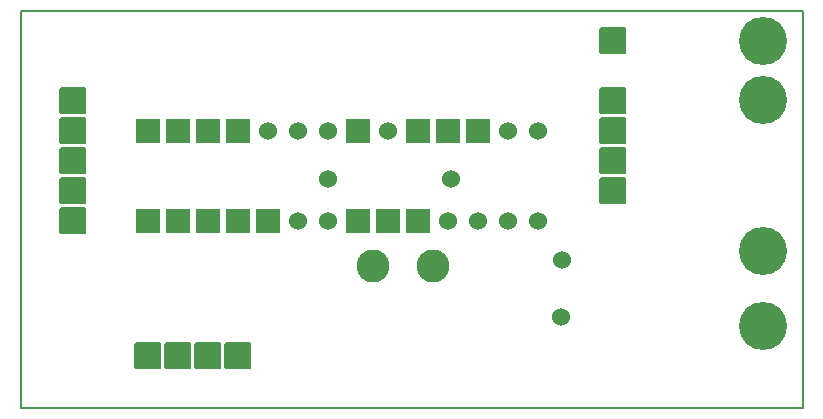
<source format=gbr>
G04 PROTEUS RS274X GERBER FILE*
%FSLAX45Y45*%
%MOMM*%
G01*
%ADD73C,1.016000*%
%ADD30C,1.524000*%
%AMPPAD025*
4,1,36,
-1.016000,1.143000,
1.016000,1.143000,
1.041970,1.140470,
1.065980,1.133200,
1.087580,1.121650,
1.106290,1.106290,
1.121650,1.087570,
1.133200,1.065980,
1.140470,1.041970,
1.143000,1.016000,
1.143000,-1.016000,
1.140470,-1.041970,
1.133200,-1.065980,
1.121650,-1.087570,
1.106290,-1.106290,
1.087580,-1.121650,
1.065980,-1.133200,
1.041970,-1.140470,
1.016000,-1.143000,
-1.016000,-1.143000,
-1.041970,-1.140470,
-1.065980,-1.133200,
-1.087580,-1.121650,
-1.106290,-1.106290,
-1.121650,-1.087570,
-1.133200,-1.065980,
-1.140470,-1.041970,
-1.143000,-1.016000,
-1.143000,1.016000,
-1.140470,1.041970,
-1.133200,1.065980,
-1.121650,1.087570,
-1.106290,1.106290,
-1.087580,1.121650,
-1.065980,1.133200,
-1.041970,1.140470,
-1.016000,1.143000,
0*%
%ADD31PPAD025*%
%ADD32C,2.794000*%
%AMPPAD027*
4,1,36,
-0.889000,1.016000,
0.889000,1.016000,
0.914970,1.013470,
0.938980,1.006200,
0.960580,0.994650,
0.979290,0.979290,
0.994650,0.960570,
1.006200,0.938980,
1.013470,0.914970,
1.016000,0.889000,
1.016000,-0.889000,
1.013470,-0.914970,
1.006200,-0.938980,
0.994650,-0.960570,
0.979290,-0.979290,
0.960580,-0.994650,
0.938980,-1.006200,
0.914970,-1.013470,
0.889000,-1.016000,
-0.889000,-1.016000,
-0.914970,-1.013470,
-0.938980,-1.006200,
-0.960580,-0.994650,
-0.979290,-0.979290,
-0.994650,-0.960570,
-1.006200,-0.938980,
-1.013470,-0.914970,
-1.016000,-0.889000,
-1.016000,0.889000,
-1.013470,0.914970,
-1.006200,0.938980,
-0.994650,0.960570,
-0.979290,0.979290,
-0.960580,0.994650,
-0.938980,1.006200,
-0.914970,1.013470,
-0.889000,1.016000,
0*%
%ADD33PPAD027*%
%ADD34C,4.064000*%
%ADD18C,0.203200*%
D73*
X+531044Y+6699222D03*
D30*
X+1469122Y+6017546D03*
X+1467380Y+5536724D03*
X+530263Y+6698441D03*
X-510640Y+6698441D03*
D31*
X-2667000Y+6350000D03*
X-2667000Y+6604000D03*
X-2667000Y+6858000D03*
X-2667000Y+7112000D03*
X-2667000Y+7366000D03*
X+1905000Y+6604000D03*
X+1905000Y+6858000D03*
X+1905000Y+7366000D03*
X+1905000Y+7112000D03*
D32*
X-127000Y+5969000D03*
X+381000Y+5969000D03*
D33*
X-2032000Y+6350000D03*
X-1778000Y+6350000D03*
X-1524000Y+6350000D03*
X-1270000Y+6350000D03*
X-1016000Y+6350000D03*
D30*
X-762000Y+6350000D03*
X-508000Y+6350000D03*
D33*
X-254000Y+6350000D03*
X+0Y+6350000D03*
X+254000Y+6350000D03*
D30*
X+508000Y+6350000D03*
X+762000Y+6350000D03*
X+1016000Y+6350000D03*
X+1270000Y+6350000D03*
X+1270000Y+7112000D03*
X+1016000Y+7112000D03*
D33*
X+762000Y+7112000D03*
X+508000Y+7112000D03*
X+254000Y+7112000D03*
D30*
X+0Y+7112000D03*
D33*
X-254000Y+7112000D03*
D30*
X-508000Y+7112000D03*
X-762000Y+7112000D03*
X-1016000Y+7112000D03*
D33*
X-1270000Y+7112000D03*
X-1524000Y+7112000D03*
X-1778000Y+7112000D03*
X-2030000Y+7112000D03*
D31*
X-1778000Y+5207000D03*
X-1524000Y+5207000D03*
X-1270000Y+5207000D03*
X+1905000Y+7874000D03*
X-2032000Y+5207000D03*
D34*
X+3175000Y+7374000D03*
X+3175000Y+7874000D03*
X+3175000Y+6096000D03*
X+3175000Y+5461000D03*
D18*
X-3108960Y+4765040D02*
X+3512000Y+4765040D01*
X+3512000Y+8128000D01*
X-3108960Y+8128000D01*
X-3108960Y+4765040D01*
M02*

</source>
